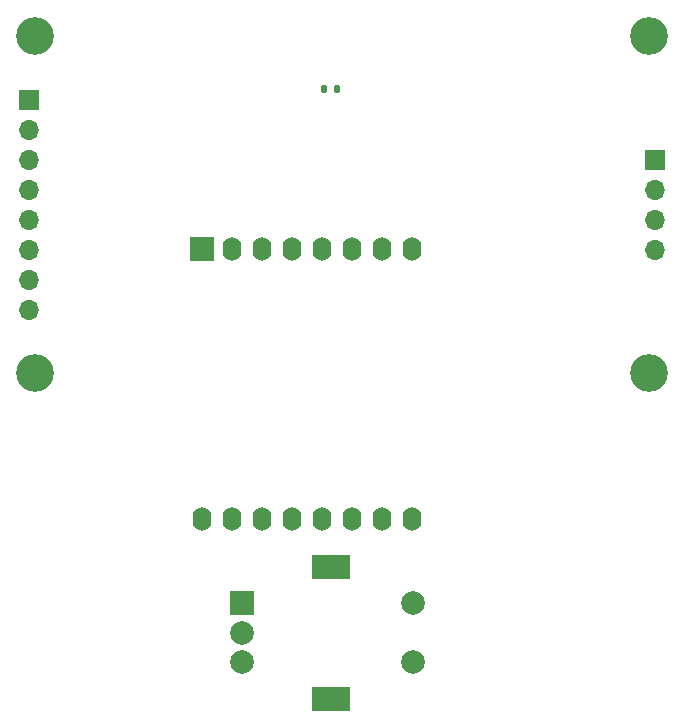
<source format=gbr>
%TF.GenerationSoftware,KiCad,Pcbnew,8.0.7-8.0.7-0~ubuntu22.04.1*%
%TF.CreationDate,2024-12-11T16:36:01+08:00*%
%TF.ProjectId,SmartClock,536d6172-7443-46c6-9f63-6b2e6b696361,rev?*%
%TF.SameCoordinates,Original*%
%TF.FileFunction,Soldermask,Bot*%
%TF.FilePolarity,Negative*%
%FSLAX46Y46*%
G04 Gerber Fmt 4.6, Leading zero omitted, Abs format (unit mm)*
G04 Created by KiCad (PCBNEW 8.0.7-8.0.7-0~ubuntu22.04.1) date 2024-12-11 16:36:01*
%MOMM*%
%LPD*%
G01*
G04 APERTURE LIST*
G04 Aperture macros list*
%AMRoundRect*
0 Rectangle with rounded corners*
0 $1 Rounding radius*
0 $2 $3 $4 $5 $6 $7 $8 $9 X,Y pos of 4 corners*
0 Add a 4 corners polygon primitive as box body*
4,1,4,$2,$3,$4,$5,$6,$7,$8,$9,$2,$3,0*
0 Add four circle primitives for the rounded corners*
1,1,$1+$1,$2,$3*
1,1,$1+$1,$4,$5*
1,1,$1+$1,$6,$7*
1,1,$1+$1,$8,$9*
0 Add four rect primitives between the rounded corners*
20,1,$1+$1,$2,$3,$4,$5,0*
20,1,$1+$1,$4,$5,$6,$7,0*
20,1,$1+$1,$6,$7,$8,$9,0*
20,1,$1+$1,$8,$9,$2,$3,0*%
G04 Aperture macros list end*
%ADD10O,1.600000X2.000000*%
%ADD11R,2.000000X2.000000*%
%ADD12C,3.200000*%
%ADD13R,1.700000X1.700000*%
%ADD14O,1.700000X1.700000*%
%ADD15C,2.000000*%
%ADD16R,3.200000X2.000000*%
%ADD17RoundRect,0.135000X0.135000X0.185000X-0.135000X0.185000X-0.135000X-0.185000X0.135000X-0.185000X0*%
G04 APERTURE END LIST*
D10*
%TO.C,U2*%
X117110000Y-103415000D03*
X119650000Y-103415000D03*
X122190000Y-103415000D03*
X124730000Y-103415000D03*
X127270000Y-103415000D03*
X129810000Y-103415000D03*
X132350000Y-103415000D03*
X134890000Y-103415000D03*
X134890000Y-80555000D03*
X132350000Y-80555000D03*
X129810000Y-80555000D03*
X127270000Y-80555000D03*
X124730000Y-80555000D03*
X122190000Y-80555000D03*
X119650000Y-80555000D03*
D11*
X117110000Y-80555000D03*
%TD*%
D12*
%TO.C,U1*%
X102990000Y-62500000D03*
X102990000Y-91000000D03*
X154990000Y-62500000D03*
X154990000Y-91000000D03*
D13*
X102490000Y-67860000D03*
D14*
X102490000Y-70400000D03*
X102490000Y-72940000D03*
X102490000Y-75480000D03*
X102490000Y-78020000D03*
X102490000Y-80560000D03*
X102490000Y-83100000D03*
X102490000Y-85640000D03*
D13*
X155490000Y-72940000D03*
D14*
X155490000Y-75480000D03*
X155490000Y-78020000D03*
X155490000Y-80560000D03*
%TD*%
D11*
%TO.C,SW1*%
X120500000Y-110500000D03*
D15*
X120500000Y-115500000D03*
X120500000Y-113000000D03*
D16*
X128000000Y-107400000D03*
X128000000Y-118600000D03*
D15*
X135000000Y-115500000D03*
X135000000Y-110500000D03*
%TD*%
D17*
%TO.C,R1*%
X128500000Y-67000000D03*
X127480000Y-67000000D03*
%TD*%
M02*

</source>
